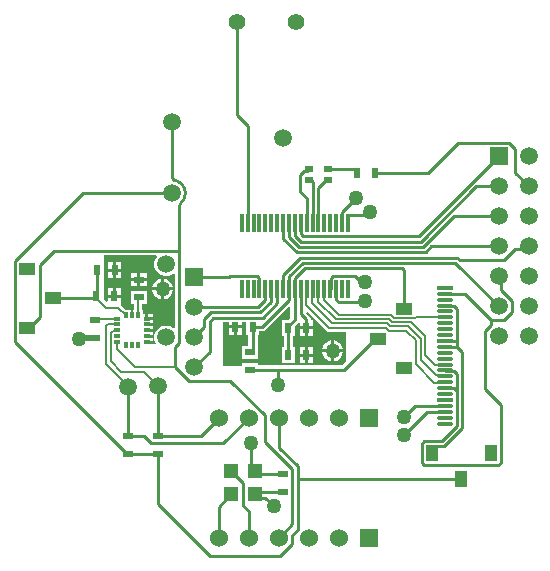
<source format=gtl>
G04*
G04 #@! TF.GenerationSoftware,Altium Limited,Altium Designer,22.7.1 (60)*
G04*
G04 Layer_Physical_Order=1*
G04 Layer_Color=255*
%FSLAX44Y44*%
%MOMM*%
G71*
G04*
G04 #@! TF.SameCoordinates,445EDDF3-7DE9-4779-8E76-6141CBC7C01E*
G04*
G04*
G04 #@! TF.FilePolarity,Positive*
G04*
G01*
G75*
%ADD13C,0.2000*%
%ADD16C,0.2540*%
%ADD17R,1.3000X1.3000*%
%ADD18R,1.3000X1.3000*%
%ADD19O,1.4000X0.3000*%
%ADD21R,0.3500X0.4900*%
%ADD22R,0.4900X0.3000*%
%ADD23R,0.4900X0.3500*%
%ADD24R,0.6000X0.9000*%
%ADD25R,0.9000X0.6000*%
%ADD26R,1.4000X0.3000*%
%ADD27R,1.4000X1.0000*%
%ADD28R,1.0000X1.4000*%
%ADD29R,0.8000X0.5500*%
%ADD51C,0.2540*%
%ADD52R,0.3000X1.6000*%
%ADD53C,0.5000*%
%ADD54C,0.1500*%
%ADD55C,1.5240*%
%ADD56C,1.5000*%
%ADD57C,1.3980*%
%ADD58R,1.5240X1.5240*%
%ADD59R,1.5000X1.5000*%
%ADD60C,1.2700*%
G36*
X161053Y271252D02*
X160966Y271165D01*
X159644Y268875D01*
X158960Y266322D01*
Y263678D01*
X159644Y261125D01*
X160966Y258835D01*
X162835Y256966D01*
X165125Y255644D01*
X167678Y254960D01*
X170322D01*
X172875Y255644D01*
X175165Y256966D01*
X175252Y257053D01*
X176425Y256567D01*
Y211433D01*
X175252Y210947D01*
X175165Y211034D01*
X172875Y212356D01*
X170322Y213040D01*
X167678D01*
X165125Y212356D01*
X162835Y211034D01*
X160966Y209165D01*
X159644Y206875D01*
X158960Y204322D01*
Y201678D01*
X159644Y199125D01*
X160114Y198310D01*
X159506Y197202D01*
X158526Y197124D01*
X157889Y197730D01*
X152600D01*
Y200270D01*
X157590D01*
Y202730D01*
X152600D01*
Y205270D01*
X157590D01*
Y207730D01*
X152600D01*
Y210270D01*
X157590D01*
Y212730D01*
X152600D01*
Y215270D01*
X157590D01*
Y217730D01*
X152600D01*
Y219000D01*
X151330D01*
Y223040D01*
X149290D01*
Y226590D01*
X148609D01*
Y231460D01*
X153040D01*
Y242540D01*
X138960D01*
Y231460D01*
X141391D01*
Y226590D01*
X140709D01*
Y221600D01*
X139291D01*
Y226590D01*
X135114D01*
X130967Y230737D01*
X130540Y231023D01*
Y236730D01*
X125000D01*
X119460D01*
Y233804D01*
X118287Y233318D01*
X116000Y235604D01*
Y252960D01*
X116040D01*
Y267040D01*
X116000D01*
Y272425D01*
X160567D01*
X161053Y271252D01*
D02*
G37*
G36*
X274115Y219609D02*
X272546Y218040D01*
X266960D01*
Y203960D01*
X268615D01*
Y195040D01*
X266960D01*
Y180960D01*
X278040D01*
Y195040D01*
X276385D01*
Y203960D01*
X278040D01*
Y212546D01*
X280690Y215196D01*
X280933Y215181D01*
X281960Y214783D01*
Y212270D01*
X287500D01*
Y211000D01*
D01*
Y212270D01*
X293040D01*
Y218040D01*
X291385D01*
Y218500D01*
X291089Y219987D01*
X290247Y221247D01*
X287711Y223783D01*
X287722Y223841D01*
X289100Y224259D01*
X304732Y208628D01*
X305820Y207901D01*
X307104Y207646D01*
X321000D01*
Y182494D01*
X317891Y179385D01*
X247040D01*
Y181040D01*
X232960D01*
Y179000D01*
X217000D01*
Y215835D01*
X221960D01*
Y213270D01*
X233040D01*
Y215885D01*
X236960D01*
Y204960D01*
X238615D01*
Y196040D01*
X232960D01*
Y184960D01*
X247040D01*
Y196040D01*
X246385D01*
Y204960D01*
X248040D01*
Y208115D01*
X250124D01*
X251611Y208411D01*
X252871Y209253D01*
X272618Y229000D01*
X274115D01*
Y219609D01*
D02*
G37*
%LPC*%
G36*
X131040Y267040D02*
X126770D01*
Y261270D01*
X131040D01*
Y267040D01*
D02*
G37*
G36*
X124230D02*
X119960D01*
Y261270D01*
X124230D01*
Y267040D01*
D02*
G37*
G36*
X153040Y257540D02*
X147270D01*
Y253270D01*
X153040D01*
Y257540D01*
D02*
G37*
G36*
X144730D02*
X138960D01*
Y253270D01*
X144730D01*
Y257540D01*
D02*
G37*
G36*
X131040Y258730D02*
X126770D01*
Y252960D01*
X131040D01*
Y258730D01*
D02*
G37*
G36*
X124230D02*
X119960D01*
Y252960D01*
X124230D01*
Y258730D01*
D02*
G37*
G36*
X153040Y250730D02*
X147270D01*
Y246460D01*
X153040D01*
Y250730D01*
D02*
G37*
G36*
X144730D02*
X138960D01*
Y246460D01*
X144730D01*
Y250730D01*
D02*
G37*
G36*
X167270Y252863D02*
Y245270D01*
X174863D01*
X174284Y247431D01*
X173114Y249459D01*
X171459Y251114D01*
X169431Y252284D01*
X167270Y252863D01*
D02*
G37*
G36*
X164730D02*
X162569Y252284D01*
X160541Y251114D01*
X158886Y249459D01*
X157716Y247431D01*
X157137Y245270D01*
X164730D01*
Y252863D01*
D02*
G37*
G36*
X130540Y245040D02*
X126270D01*
Y239270D01*
X130540D01*
Y245040D01*
D02*
G37*
G36*
X123730D02*
X119460D01*
Y239270D01*
X123730D01*
Y245040D01*
D02*
G37*
G36*
X174863Y242730D02*
X167270D01*
Y235137D01*
X169431Y235716D01*
X171459Y236886D01*
X173114Y238541D01*
X174284Y240569D01*
X174863Y242730D01*
D02*
G37*
G36*
X164730D02*
X157137D01*
X157716Y240569D01*
X158886Y238541D01*
X160541Y236886D01*
X162569Y235716D01*
X164730Y235137D01*
Y242730D01*
D02*
G37*
G36*
X157590Y223040D02*
X153870D01*
Y220270D01*
X157590D01*
Y223040D01*
D02*
G37*
G36*
X233040Y210730D02*
X228770D01*
Y204960D01*
X233040D01*
Y210730D01*
D02*
G37*
G36*
X226230D02*
X221960D01*
Y204960D01*
X226230D01*
Y210730D01*
D02*
G37*
G36*
X293040Y209730D02*
X288770D01*
Y203960D01*
X293040D01*
Y209730D01*
D02*
G37*
G36*
X286230D02*
X281960D01*
Y203960D01*
X286230D01*
Y209730D01*
D02*
G37*
G36*
X311270Y200403D02*
Y192810D01*
X318863D01*
X318284Y194971D01*
X317114Y196999D01*
X315459Y198654D01*
X313431Y199824D01*
X311270Y200403D01*
D02*
G37*
G36*
X308730D02*
X306569Y199824D01*
X304541Y198654D01*
X302886Y196999D01*
X301716Y194971D01*
X301137Y192810D01*
X308730D01*
Y200403D01*
D02*
G37*
G36*
X293040Y195040D02*
X288770D01*
Y189270D01*
X293040D01*
Y195040D01*
D02*
G37*
G36*
X286230D02*
X281960D01*
Y189270D01*
X286230D01*
Y195040D01*
D02*
G37*
G36*
X318863Y190270D02*
X311270D01*
Y182677D01*
X313431Y183256D01*
X315459Y184426D01*
X317114Y186081D01*
X318284Y188109D01*
X318863Y190270D01*
D02*
G37*
G36*
X308730D02*
X301137D01*
X301716Y188109D01*
X302886Y186081D01*
X304541Y184426D01*
X306569Y183256D01*
X308730Y182677D01*
Y190270D01*
D02*
G37*
G36*
X293040Y186730D02*
X288770D01*
Y180960D01*
X293040D01*
Y186730D01*
D02*
G37*
G36*
X286230D02*
X281960D01*
Y180960D01*
X286230D01*
Y186730D01*
D02*
G37*
%LPD*%
D13*
X117950Y180662D02*
X137000Y161612D01*
X121950Y183050D02*
Y206993D01*
X117950Y180662D02*
Y212390D01*
X121950Y183050D02*
X131000Y174000D01*
X123707Y208750D02*
X127150D01*
X127400Y209000D01*
X121950Y206993D02*
X123707Y208750D01*
X117950Y212390D02*
X119560Y214000D01*
X127400D01*
X110500Y219000D02*
X127400D01*
X142570Y178270D02*
X176735D01*
X127400Y193440D02*
Y199000D01*
Y193440D02*
X142570Y178270D01*
X131000Y174000D02*
X150000D01*
X162000Y162000D01*
X145000Y221600D02*
Y236000D01*
X110000Y236500D02*
X118315Y228185D01*
X128415D01*
X135000Y221600D01*
D16*
X185310Y325018D02*
G03*
X175332Y336231I-11310J-18D01*
G01*
X181054Y316143D02*
G03*
X181054Y316142I1796J-1796D01*
G01*
X181141Y316230D02*
G03*
X185310Y325018I-7141J8770D01*
G01*
X252870Y114754D02*
Y136994D01*
X180310Y198315D02*
Y315398D01*
X174744Y336819D02*
X175332Y336231D01*
X181054Y316143D02*
X181141Y316230D01*
X175332Y336231D02*
X175332Y336231D01*
X174000Y337563D02*
X174744Y336819D01*
X174000Y337563D02*
Y385000D01*
X223377Y166487D02*
X252870Y136994D01*
X180310Y315398D02*
X181054Y316142D01*
X246500Y72500D02*
X268000D01*
X252822Y67178D02*
X260000Y60000D01*
X244000Y70000D02*
X246822Y67178D01*
X260000Y60000D02*
X260000D01*
X246822Y67178D02*
X252822D01*
X244000Y70000D02*
X246500Y72500D01*
X108750Y202250D02*
X109000Y202500D01*
X95000Y202000D02*
X95250Y202250D01*
X162000Y62000D02*
X206000Y18000D01*
X265264D02*
X275730Y28465D01*
X206000Y18000D02*
X265264D01*
X149875Y119500D02*
X156145Y113230D01*
X217330D01*
X238900Y134800D01*
X162000Y62000D02*
Y104500D01*
X137000D02*
X162000D01*
X397730Y110730D02*
X404396D01*
X419810Y126144D01*
Y190460D01*
X394000Y105000D02*
Y107000D01*
X397730Y110730D01*
X415270Y195000D02*
X419810Y190460D01*
X405000Y175000D02*
X405088Y174912D01*
X412334D01*
X415270Y171976D01*
Y156976D02*
Y171976D01*
X402516Y115270D02*
X415270Y128024D01*
X412334Y159912D02*
X415270Y156976D01*
X405088Y159912D02*
X412334D01*
X415270Y128024D02*
Y156976D01*
X405000Y160000D02*
X405088Y159912D01*
X387645Y115270D02*
X402516D01*
X385460Y113084D02*
X387645Y115270D01*
Y94730D02*
X450354D01*
X452270Y96646D01*
X385460Y96916D02*
X387645Y94730D01*
X452270Y96646D02*
Y146075D01*
X385460Y96916D02*
Y113084D01*
X439290Y159055D02*
X452270Y146075D01*
X439290Y159055D02*
Y208485D01*
X444010Y213204D01*
Y217890D01*
X405000Y240000D02*
X421900D01*
X444010Y217890D01*
X455285D01*
X461910Y224515D01*
Y233885D01*
X452505Y243290D02*
X461910Y233885D01*
X452505Y243290D02*
Y252695D01*
X450600Y254600D02*
X452505Y252695D01*
X283000Y223000D02*
X287500Y218500D01*
Y211000D02*
Y218500D01*
X283000Y223000D02*
Y244000D01*
X109000Y217500D02*
X110500Y219000D01*
X240000Y175500D02*
X264000D01*
X319500D01*
X264000Y163000D02*
Y175500D01*
X241000Y93000D02*
X244000Y90000D01*
X241000Y93000D02*
Y114000D01*
X390000Y140000D02*
X405000D01*
X370000Y120000D02*
X390000Y140000D01*
X370350Y135968D02*
X379382Y145000D01*
X405000D01*
X335730Y232730D02*
X337000Y234000D01*
X315145Y232730D02*
X335730D01*
X313230Y234646D02*
X315145Y232730D01*
X313230Y234646D02*
Y243770D01*
X313000Y244000D02*
X313230Y243770D01*
X328981Y255270D02*
X334251Y250000D01*
X308000Y244000D02*
X308230Y244230D01*
Y253354D01*
X310145Y255270D01*
X328981D01*
X334251Y250000D02*
X337000D01*
X135500Y104500D02*
X137000D01*
X40730Y199270D02*
X135500Y104500D01*
X40730Y199270D02*
Y267355D01*
X98376Y325000D01*
X174000D01*
X62190Y264190D02*
X74310Y276310D01*
X53000Y211000D02*
X62190Y220190D01*
Y264190D01*
X74310Y276310D02*
X180000D01*
X390699Y342000D02*
X416209Y367510D01*
X459678D01*
X345500Y342000D02*
X390699D01*
X459678Y367510D02*
X464690Y362498D01*
Y342110D02*
X476000Y330800D01*
X464690Y342110D02*
Y362498D01*
X383130Y288730D02*
X450600Y356200D01*
X320145Y288730D02*
X383130D01*
X285146Y288730D02*
X320145D01*
X280310Y83000D02*
Y93735D01*
Y39974D02*
Y83000D01*
X415000D01*
X275730Y28465D02*
Y35394D01*
X280310Y39974D01*
X264300Y109745D02*
X280310Y93735D01*
X264300Y109745D02*
Y134800D01*
X252870Y114754D02*
X275770Y91854D01*
Y44670D02*
Y91854D01*
X264300Y33200D02*
X275770Y44670D01*
X246500Y87500D02*
X268000D01*
X244000Y90000D02*
X246500Y87500D01*
X346000Y202000D02*
X348000D01*
X319500Y175500D02*
X346000Y202000D01*
X176735Y194741D02*
X180310Y198315D01*
X176735Y178270D02*
Y194741D01*
X188518Y166487D02*
X223377D01*
X176735Y178270D02*
X188518Y166487D01*
X198200Y119500D02*
X213500Y134800D01*
X215695Y136994D01*
X415270Y200000D02*
Y226976D01*
Y195000D02*
Y200000D01*
X405000Y200000D02*
X415270D01*
X415270Y200000D01*
X415270Y195000D02*
X415270Y195000D01*
X405000Y195000D02*
X415270D01*
X405088Y229912D02*
X412334D01*
X415270Y226976D01*
X405000Y230000D02*
X405088Y229912D01*
X390000Y105000D02*
Y107000D01*
X370000Y227000D02*
Y260002D01*
X368512Y261490D02*
X370000Y260002D01*
X286366Y261490D02*
X368512D01*
X272770Y243770D02*
X273230Y244230D01*
X284485Y266030D02*
X413770D01*
X282605Y270570D02*
X312623D01*
X278230Y253354D02*
X286366Y261490D01*
X278230Y244230D02*
Y253354D01*
X278000Y244000D02*
X278230Y244230D01*
X268000Y255965D02*
X282605Y270570D01*
X268000Y244000D02*
Y255965D01*
X273230Y244230D02*
Y254775D01*
X284485Y266030D01*
X312623Y270570D02*
X415650D01*
X417531Y268690D01*
X312623Y270570D02*
X312623Y270570D01*
X413770Y266030D02*
X450600Y229200D01*
X318265Y284190D02*
X385010D01*
X431620Y330800D01*
X386891Y279650D02*
X413120Y305879D01*
X314504Y275110D02*
X388772D01*
X316384Y279650D02*
X386891D01*
X388772Y275110D02*
X393661Y280000D01*
X318265Y284190D02*
X318265Y284190D01*
X283230Y290646D02*
X285146Y288730D01*
X281384Y279650D02*
X316384D01*
X279504Y275110D02*
X314504D01*
X320145Y288730D02*
X320145Y288730D01*
X316384Y279650D02*
X316384Y279650D01*
X273000Y288034D02*
X281384Y279650D01*
X278230Y289225D02*
X283265Y284190D01*
X314504Y275110D02*
X314504Y275110D01*
X283265Y284190D02*
X318265D01*
X417531Y268690D02*
X455285D01*
X283230Y290646D02*
Y299770D01*
X268000Y286614D02*
X279504Y275110D01*
X278230Y289225D02*
Y299770D01*
X283000Y300000D02*
X283230Y299770D01*
X413120Y305879D02*
X450121D01*
X393661Y280000D02*
X450600D01*
X431620Y330800D02*
X450600D01*
X464690Y278095D02*
X474095D01*
X455285Y268690D02*
X464690Y278095D01*
X474095D02*
X476000Y280000D01*
X268000Y286614D02*
Y300000D01*
X450121Y305879D02*
X450600Y305400D01*
X273000Y288034D02*
Y300000D01*
X278000D02*
X278230Y299770D01*
X323230Y306730D02*
X336981D01*
X339251Y309000D01*
X323000Y300000D02*
Y306500D01*
X323230Y306730D01*
X339251Y309000D02*
X342000D01*
X318230Y300230D02*
Y309354D01*
X329875Y321000D01*
X330000D01*
X318000Y300000D02*
X318230Y300230D01*
X229000Y391202D02*
X238000Y382202D01*
Y300000D02*
Y382202D01*
X229000Y391202D02*
Y470000D01*
X328500Y345500D02*
X330500Y343500D01*
Y342000D02*
Y343500D01*
X306000Y345500D02*
X328500D01*
X282730Y326302D02*
Y340605D01*
X286145Y344020D01*
X288520D02*
X290000Y345500D01*
X288000Y300000D02*
Y321032D01*
X282730Y326302D02*
X288000Y321032D01*
X286145Y344020D02*
X288520D01*
X304750Y336500D02*
X306000D01*
X298000Y300000D02*
Y329750D01*
X304750Y336500D01*
X290000D02*
X291250D01*
X293000Y300000D02*
Y334750D01*
X291250Y336500D02*
X293000Y334750D01*
X240000Y190500D02*
X240770D01*
X242500Y192230D02*
Y212000D01*
X240770Y190500D02*
X242500Y192230D01*
Y212000D02*
X250124D01*
X272770Y234646D01*
Y243770D01*
X205732Y190732D02*
Y216452D01*
X209000Y219720D01*
X193000Y178000D02*
X205732Y190732D01*
X201192Y211592D02*
Y218452D01*
X193000Y203400D02*
X201192Y211592D01*
X209000Y219720D02*
X223095D01*
X223146Y219770D01*
X250736D01*
X263000Y232034D01*
X219335Y228800D02*
X219384Y228850D01*
X263000Y232034D02*
Y244000D01*
X221265Y224310D02*
X248855D01*
X193000Y228800D02*
X219335D01*
X219384Y228850D02*
X246975D01*
X221215Y224260D02*
X221265Y224310D01*
X246975Y228850D02*
X252770Y234646D01*
X207000Y224260D02*
X221215D01*
X248855Y224310D02*
X257770Y233225D01*
X201192Y218452D02*
X207000Y224260D01*
X257770Y233225D02*
Y243770D01*
X258000Y244000D01*
X252770Y234646D02*
Y243770D01*
X253000Y244000D01*
X193000Y254200D02*
X222007D01*
X223077Y255270D01*
X245854D01*
X247770Y253354D01*
Y244230D02*
Y253354D01*
Y244230D02*
X248000Y244000D01*
X238900Y33200D02*
Y55868D01*
X234230Y60538D02*
X238900Y55868D01*
X234230Y60538D02*
Y79770D01*
X224000Y90000D02*
X234230Y79770D01*
X213500Y33200D02*
Y59500D01*
X224000Y70000D01*
X137000Y119500D02*
X149875D01*
X162000D02*
X198200D01*
X137000Y161000D02*
Y161612D01*
Y119500D02*
Y161000D01*
X162000Y119500D02*
Y162000D01*
X145000Y236000D02*
X146000Y237000D01*
X51000Y211000D02*
X53000D01*
X110000Y236500D02*
Y237730D01*
X108270Y236000D02*
X110000Y237730D01*
Y238000D01*
X73000Y236000D02*
X108270D01*
X110250Y238250D02*
Y259750D01*
X110000Y238000D02*
X110250Y238250D01*
Y259750D02*
X110500Y260000D01*
X272500Y188000D02*
Y211000D01*
Y212500D02*
X278000Y218000D01*
X272500Y211000D02*
Y212500D01*
X278000Y218000D02*
Y244000D01*
D17*
X244000Y90000D02*
D03*
X224000Y70000D02*
D03*
Y90000D02*
D03*
D18*
X244000Y70000D02*
D03*
D19*
X405000Y160000D02*
D03*
Y175000D02*
D03*
Y240000D02*
D03*
Y130000D02*
D03*
Y135000D02*
D03*
Y140000D02*
D03*
Y145000D02*
D03*
Y155000D02*
D03*
Y165000D02*
D03*
Y170000D02*
D03*
Y180000D02*
D03*
Y185000D02*
D03*
Y190000D02*
D03*
Y195000D02*
D03*
Y205000D02*
D03*
Y210000D02*
D03*
Y215000D02*
D03*
Y220000D02*
D03*
Y225000D02*
D03*
Y230000D02*
D03*
Y235000D02*
D03*
D21*
X140000Y221600D02*
D03*
X135000D02*
D03*
X145000D02*
D03*
Y196400D02*
D03*
X140000D02*
D03*
X135000D02*
D03*
D22*
X152600Y219000D02*
D03*
D23*
Y214000D02*
D03*
Y209000D02*
D03*
Y204000D02*
D03*
Y199000D02*
D03*
X127400D02*
D03*
Y204000D02*
D03*
Y209000D02*
D03*
Y214000D02*
D03*
Y219000D02*
D03*
D24*
X287500Y211000D02*
D03*
Y188000D02*
D03*
X227500Y212000D02*
D03*
X125000Y238000D02*
D03*
X125500Y260000D02*
D03*
X242500Y212000D02*
D03*
X272500Y211000D02*
D03*
Y188000D02*
D03*
X110000Y238000D02*
D03*
X110500Y260000D02*
D03*
X345500Y342000D02*
D03*
X330500D02*
D03*
D25*
X268000Y72500D02*
D03*
X146000Y252000D02*
D03*
X109000Y202500D02*
D03*
X137000Y104500D02*
D03*
Y119500D02*
D03*
X240000Y190500D02*
D03*
Y175500D02*
D03*
X109000Y217500D02*
D03*
X162000Y104500D02*
D03*
Y119500D02*
D03*
X146000Y237000D02*
D03*
X268000Y87500D02*
D03*
D26*
X405000Y150000D02*
D03*
Y200000D02*
D03*
Y245000D02*
D03*
D27*
X370000Y227000D02*
D03*
Y177000D02*
D03*
X348000Y202000D02*
D03*
X51000Y211000D02*
D03*
Y261000D02*
D03*
X73000Y236000D02*
D03*
D28*
X394000Y105000D02*
D03*
X444000D02*
D03*
X419000Y83000D02*
D03*
D29*
X306000Y336500D02*
D03*
X290000D02*
D03*
Y345500D02*
D03*
X306000D02*
D03*
D51*
X174744Y336819D02*
D03*
D52*
X283000Y244000D02*
D03*
X233000D02*
D03*
X238000D02*
D03*
X243000D02*
D03*
X248000D02*
D03*
X253000D02*
D03*
X273000D02*
D03*
X268000D02*
D03*
X263000D02*
D03*
X258000D02*
D03*
X293000D02*
D03*
X288000D02*
D03*
X278000D02*
D03*
X313000D02*
D03*
X308000D02*
D03*
X303000D02*
D03*
X298000D02*
D03*
X323000D02*
D03*
X318000D02*
D03*
Y300000D02*
D03*
X323000D02*
D03*
X298000D02*
D03*
X303000D02*
D03*
X308000D02*
D03*
X313000D02*
D03*
X278000D02*
D03*
X283000D02*
D03*
X288000D02*
D03*
X293000D02*
D03*
X258000D02*
D03*
X263000D02*
D03*
X268000D02*
D03*
X273000D02*
D03*
X253000D02*
D03*
X248000D02*
D03*
X243000D02*
D03*
X238000D02*
D03*
X233000D02*
D03*
D53*
X95250Y202250D02*
X108750D01*
D54*
X287770Y230334D02*
X307104Y211000D01*
X287770Y230334D02*
Y243770D01*
X307104Y211000D02*
X355262D01*
X287770Y243770D02*
X288000Y244000D01*
X298000Y232945D02*
X312445Y218500D01*
X356211Y215000D02*
X358961Y212250D01*
X357661Y218500D02*
X360411Y215750D01*
X312445Y218500D02*
X357661D01*
X315365Y222000D02*
X359111D01*
X361861Y219250D01*
X355262Y211000D02*
X357512Y208750D01*
X292770Y231754D02*
X309524Y215000D01*
X303087Y234279D02*
X315365Y222000D01*
X309524Y215000D02*
X356211D01*
X357512Y208750D02*
X372250D01*
X360411Y215750D02*
X376740D01*
X373700Y212250D02*
X384603Y201347D01*
Y183887D02*
Y201347D01*
Y183887D02*
X397740Y170750D01*
X358961Y212250D02*
X373700D01*
X361861Y219250D02*
X380103D01*
X397740Y170750D02*
X398344D01*
X380270Y180379D02*
Y200730D01*
X399094Y170000D02*
X405000D01*
X398344Y170750D02*
X399094Y170000D01*
X372250Y208750D02*
X380270Y200730D01*
Y180379D02*
X395841Y164808D01*
X376740Y215750D02*
X388103Y204387D01*
Y188362D02*
Y204387D01*
X380103Y219250D02*
X380852Y220000D01*
X405000D01*
X395841Y164808D02*
X398982D01*
X399087Y164912D01*
X388103Y188362D02*
X396658Y179808D01*
X292770Y231754D02*
Y243770D01*
X399087Y164912D02*
X404912D01*
X399375Y180000D02*
X405000D01*
X404912Y164912D02*
X405000Y165000D01*
X399183Y179808D02*
X399375Y180000D01*
X396658Y179808D02*
X399183D01*
X298000Y232945D02*
Y244000D01*
X303087Y234279D02*
Y243913D01*
X303000Y244000D02*
X303087Y243913D01*
X292770Y243770D02*
X293000Y244000D01*
D55*
X289700Y134800D02*
D03*
Y33200D02*
D03*
X315100Y134800D02*
D03*
X264300D02*
D03*
X238900D02*
D03*
X213500D02*
D03*
X315100Y33200D02*
D03*
X264300D02*
D03*
X238900D02*
D03*
X213500D02*
D03*
D56*
X450600Y254600D02*
D03*
X268000Y372000D02*
D03*
X137000Y161000D02*
D03*
X162000Y162000D02*
D03*
X193000Y178000D02*
D03*
Y203400D02*
D03*
Y228800D02*
D03*
X169000Y203000D02*
D03*
Y265000D02*
D03*
X174000Y325000D02*
D03*
Y385000D02*
D03*
X476000Y356200D02*
D03*
Y330800D02*
D03*
X450600D02*
D03*
X476000Y305400D02*
D03*
X450600D02*
D03*
X476000Y280000D02*
D03*
X450600D02*
D03*
X476000Y254600D02*
D03*
Y229200D02*
D03*
X450600D02*
D03*
X476000Y203800D02*
D03*
X450600D02*
D03*
D57*
X279000Y470000D02*
D03*
X229000D02*
D03*
D58*
X340500Y134800D02*
D03*
Y33200D02*
D03*
D59*
X193000Y254200D02*
D03*
X450600Y356200D02*
D03*
D60*
X260000Y60000D02*
D03*
X95000Y202000D02*
D03*
X166000Y244000D02*
D03*
X310000Y191540D02*
D03*
X241000Y114000D02*
D03*
X370000Y120000D02*
D03*
X370350Y135968D02*
D03*
X337000Y234000D02*
D03*
X264000Y163000D02*
D03*
X337000Y250000D02*
D03*
X330000Y321000D02*
D03*
X342000Y309000D02*
D03*
M02*

</source>
